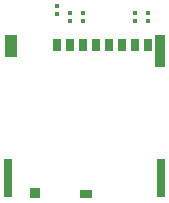
<source format=gbr>
%TF.GenerationSoftware,KiCad,Pcbnew,8.0.8*%
%TF.CreationDate,2025-07-23T18:09:19+02:00*%
%TF.ProjectId,CartridgeMk3,43617274-7269-4646-9765-4d6b332e6b69,rev?*%
%TF.SameCoordinates,Original*%
%TF.FileFunction,Paste,Top*%
%TF.FilePolarity,Positive*%
%FSLAX46Y46*%
G04 Gerber Fmt 4.6, Leading zero omitted, Abs format (unit mm)*
G04 Created by KiCad (PCBNEW 8.0.8) date 2025-07-23 18:09:19*
%MOMM*%
%LPD*%
G01*
G04 APERTURE LIST*
G04 Aperture macros list*
%AMRoundRect*
0 Rectangle with rounded corners*
0 $1 Rounding radius*
0 $2 $3 $4 $5 $6 $7 $8 $9 X,Y pos of 4 corners*
0 Add a 4 corners polygon primitive as box body*
4,1,4,$2,$3,$4,$5,$6,$7,$8,$9,$2,$3,0*
0 Add four circle primitives for the rounded corners*
1,1,$1+$1,$2,$3*
1,1,$1+$1,$4,$5*
1,1,$1+$1,$6,$7*
1,1,$1+$1,$8,$9*
0 Add four rect primitives between the rounded corners*
20,1,$1+$1,$2,$3,$4,$5,0*
20,1,$1+$1,$4,$5,$6,$7,0*
20,1,$1+$1,$6,$7,$8,$9,0*
20,1,$1+$1,$8,$9,$2,$3,0*%
G04 Aperture macros list end*
%ADD10RoundRect,0.079500X-0.100500X0.079500X-0.100500X-0.079500X0.100500X-0.079500X0.100500X0.079500X0*%
%ADD11R,0.700000X1.100000*%
%ADD12R,0.900000X0.930000*%
%ADD13R,1.050000X0.780000*%
%ADD14R,0.700000X3.330000*%
%ADD15R,1.140000X1.830000*%
%ADD16R,0.860000X2.800000*%
G04 APERTURE END LIST*
D10*
%TO.C,R1*%
X182650000Y-49210000D03*
X182650000Y-49900000D03*
%TD*%
%TO.C,R3*%
X174950000Y-48655000D03*
X174950000Y-49345000D03*
%TD*%
%TO.C,R5*%
X175995000Y-49205000D03*
X175995000Y-49895000D03*
%TD*%
%TO.C,R2*%
X181500000Y-49205000D03*
X181500000Y-49895000D03*
%TD*%
D11*
%TO.C,J2*%
X174880000Y-51985000D03*
X175980000Y-51985000D03*
X177080000Y-51985000D03*
X178180000Y-51985000D03*
X179280000Y-51985000D03*
X180380000Y-51985000D03*
X181480000Y-51985000D03*
X182580000Y-51985000D03*
D12*
X173090000Y-64450000D03*
D13*
X177355000Y-64525000D03*
D14*
X170780000Y-63250000D03*
D15*
X171000000Y-52000000D03*
D16*
X183660000Y-52485000D03*
D14*
X183740000Y-63250000D03*
%TD*%
D10*
%TO.C,R4*%
X177100000Y-49210000D03*
X177100000Y-49900000D03*
%TD*%
M02*

</source>
